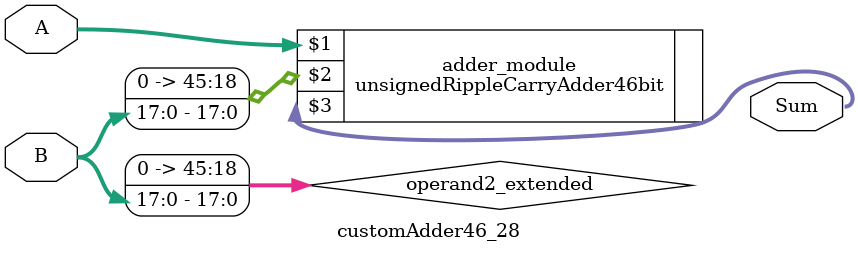
<source format=v>
module customAdder46_28(
                        input [45 : 0] A,
                        input [17 : 0] B,
                        
                        output [46 : 0] Sum
                );

        wire [45 : 0] operand2_extended;
        
        assign operand2_extended =  {28'b0, B};
        
        unsignedRippleCarryAdder46bit adder_module(
            A,
            operand2_extended,
            Sum
        );
        
        endmodule
        
</source>
